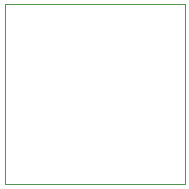
<source format=gbr>
%TF.GenerationSoftware,KiCad,Pcbnew,(5.1.9)-1*%
%TF.CreationDate,2021-09-06T09:51:31+02:00*%
%TF.ProjectId,SON10,534f4e31-302e-46b6-9963-61645f706362,rev?*%
%TF.SameCoordinates,Original*%
%TF.FileFunction,Profile,NP*%
%FSLAX46Y46*%
G04 Gerber Fmt 4.6, Leading zero omitted, Abs format (unit mm)*
G04 Created by KiCad (PCBNEW (5.1.9)-1) date 2021-09-06 09:51:31*
%MOMM*%
%LPD*%
G01*
G04 APERTURE LIST*
%TA.AperFunction,Profile*%
%ADD10C,0.050000*%
%TD*%
G04 APERTURE END LIST*
D10*
X124460000Y-86360000D02*
X109220000Y-86360000D01*
X124460000Y-101600000D02*
X124460000Y-86360000D01*
X109220000Y-101600000D02*
X124460000Y-101600000D01*
X109220000Y-86360000D02*
X109220000Y-101600000D01*
M02*

</source>
